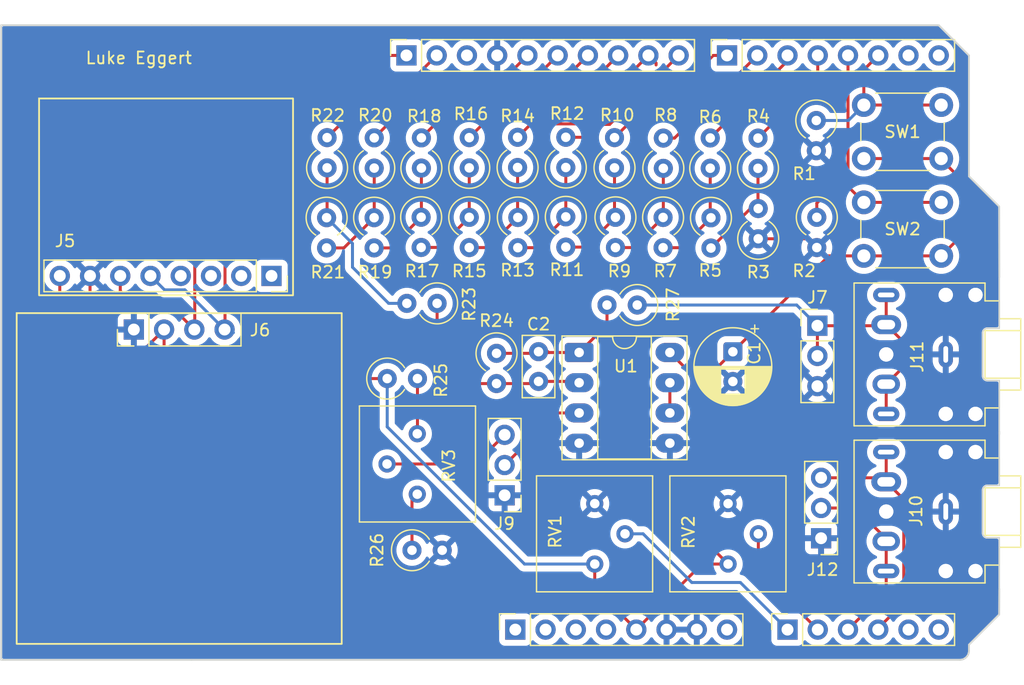
<source format=kicad_pcb>
(kicad_pcb (version 20241229) (generator "pcbnew") (generator_version "9.0")
  (title_block (date "mar. 31 mars 2015"))
  (layers (0 "F.Cu" signal) (2 "B.Cu" power) (13 "F.Paste" user) (15 "B.Paste" user) (5 "F.SilkS" user "F.Silkscreen") (7 "B.SilkS" user "B.Silkscreen") (1 "F.Mask" user) (3 "B.Mask" user) (25 "Edge.Cuts" user))
  (net 0 "")
  (net 1 "GND")
  (net 3 "+5V")
  (net 4 "/IOREF")
  (net 5 "/A0")
  (net 6 "/A1")
  (net 7 "/SDA{slash}A4")
  (net 8 "/SCL{slash}A5")
  (net 9 "/AREF")
  (net 10 "/TX{slash}1")
  (net 11 "/RX{slash}0")
  (net 12 "+3V3")
  (net 13 "VCC")
  (net 14 "/~{RESET}")
  (net 15 "/SCL")
  (net 16 "/SDA")
  (net 20 "unconnected-(J5-Pin_2-Pad2)")
  (net 21 "/BT1")
  (net 22 "/BT2")
  (net 23 "Net-(C2-Pad2)")
  (net 24 "Net-(U1A--)")
  (net 25 "/D7")
  (net 26 "/D8")
  (net 27 "/D9")
  (net 28 "/D6")
  (net 29 "/D4")
  (net 30 "/D5")
  (net 31 "/IN_RIGHT")
  (net 32 "/IN_LEFT")
  (net 33 "/D3")
  (net 34 "/D2")
  (net 35 "/D0")
  (net 36 "/D1")
  (net 37 "/AUDIO_OUT")
  (net 38 "Net-(J9-Pin_3)")
  (net 39 "Net-(J9-Pin_2)")
  (net 40 "Net-(R3-Pad2)")
  (net 41 "Net-(R5-Pad1)")
  (net 42 "Net-(R7-Pad1)")
  (net 43 "Net-(R10-Pad1)")
  (net 44 "Net-(R11-Pad1)")
  (net 45 "Net-(R13-Pad1)")
  (net 46 "Net-(R15-Pad1)")
  (net 47 "Net-(R17-Pad1)")
  (net 48 "Net-(R19-Pad1)")
  (net 49 "Net-(R21-Pad1)")
  (net 50 "Net-(R25-Pad2)")
  (net 51 "Net-(R26-Pad1)")
  (net 52 "Net-(U1B--)")
  (footprint "Connector_PinSocket_2.54mm:PinSocket_1x08_P2.54mm_Vertical" (layer "F.Cu") (at 127.94 97.46 90)
    (property "Reference" "J1" (hide yes))
    (property "Value" "Power")
    (pad "1" thru_hole rect (at 0 0 90) (size 1.7 1.7) (drill 1) (layers "*.Cu" "*.Mask"))
    (pad "2" thru_hole oval (at 0 2.54 90) (size 1.7 1.7) (drill 1) (layers "*.Cu" "*.Mask") (net 4 "/IOREF"))
    (pad "3" thru_hole oval (at 0 5.08 90) (size 1.7 1.7) (drill 1) (layers "*.Cu" "*.Mask") (net 14 "/~{RESET}"))
    (pad "4" thru_hole oval (at 0 7.62 90) (size 1.7 1.7) (drill 1) (layers "*.Cu" "*.Mask") (net 12 "+3V3"))
    (pad "5" thru_hole oval (at 0 10.16 90) (size 1.7 1.7) (drill 1) (layers "*.Cu" "*.Mask") (net 3 "+5V"))
    (pad "6" thru_hole oval (at 0 12.7 90) (size 1.7 1.7) (drill 1) (layers "*.Cu" "*.Mask") (net 1 "GND"))
    (pad "7" thru_hole oval (at 0 15.24 90) (size 1.7 1.7) (drill 1) (layers "*.Cu" "*.Mask") (net 1 "GND"))
    (pad "8" thru_hole oval (at 0 17.78 90) (size 1.7 1.7) (drill 1) (layers "*.Cu" "*.Mask") (net 13 "VCC"))
  )
  (footprint "Connector_PinSocket_2.54mm:PinSocket_1x06_P2.54mm_Vertical" (layer "F.Cu") (at 150.8 97.46 90)
    (property "Reference" "J3" (hide yes))
    (property "Value" "Analog")
    (pad "1" thru_hole rect (at 0 0 90) (size 1.7 1.7) (drill 1) (layers "*.Cu" "*.Mask") (net 5 "/A0"))
    (pad "2" thru_hole oval (at 0 2.54 90) (size 1.7 1.7) (drill 1) (layers "*.Cu" "*.Mask") (net 6 "/A1"))
    (pad "3" thru_hole oval (at 0 5.08 90) (size 1.7 1.7) (drill 1) (layers "*.Cu" "*.Mask") (net 31 "/IN_RIGHT"))
    (pad "4" thru_hole oval (at 0 7.62 90) (size 1.7 1.7) (drill 1) (layers "*.Cu" "*.Mask") (net 32 "/IN_LEFT"))
    (pad "5" thru_hole oval (at 0 10.16 90) (size 1.7 1.7) (drill 1) (layers "*.Cu" "*.Mask") (net 7 "/SDA{slash}A4"))
    (pad "6" thru_hole oval (at 0 12.7 90) (size 1.7 1.7) (drill 1) (layers "*.Cu" "*.Mask") (net 8 "/SCL{slash}A5"))
  )
  (footprint "Connector_PinSocket_2.54mm:PinSocket_1x10_P2.54mm_Vertical" (layer "F.Cu") (at 118.796 49.2 90)
    (property "Reference" "J2" (hide yes))
    (property "Value" "Digital/PWM")
    (pad "1" thru_hole rect (at 0 0 90) (size 1.7 1.7) (drill 1) (layers "*.Cu" "*.Mask") (net 15 "/SCL"))
    (pad "2" thru_hole oval (at 0 2.54 90) (size 1.7 1.7) (drill 1) (layers "*.Cu" "*.Mask") (net 16 "/SDA"))
    (pad "3" thru_hole oval (at 0 5.08 90) (size 1.7 1.7) (drill 1) (layers "*.Cu" "*.Mask") (net 9 "/AREF"))
    (pad "4" thru_hole oval (at 0 7.62 90) (size 1.7 1.7) (drill 1) (layers "*.Cu" "*.Mask") (net 1 "GND"))
    (pad "5" thru_hole oval (at 0 10.16 90) (size 1.7 1.7) (drill 1) (layers "*.Cu" "*.Mask") (net 27 "/D9"))
    (pad "6" thru_hole oval (at 0 12.7 90) (size 1.7 1.7) (drill 1) (layers "*.Cu" "*.Mask") (net 26 "/D8"))
    (pad "7" thru_hole oval (at 0 15.24 90) (size 1.7 1.7) (drill 1) (layers "*.Cu" "*.Mask") (net 25 "/D7"))
    (pad "8" thru_hole oval (at 0 17.78 90) (size 1.7 1.7) (drill 1) (layers "*.Cu" "*.Mask") (net 28 "/D6"))
    (pad "9" thru_hole oval (at 0 20.32 90) (size 1.7 1.7) (drill 1) (layers "*.Cu" "*.Mask") (net 30 "/D5"))
    (pad "10" thru_hole oval (at 0 22.86 90) (size 1.7 1.7) (drill 1) (layers "*.Cu" "*.Mask") (net 29 "/D4"))
  )
  (footprint "Connector_PinSocket_2.54mm:PinSocket_1x08_P2.54mm_Vertical" (layer "F.Cu") (at 145.72 49.2 90)
    (property "Reference" "J4" (hide yes))
    (property "Value" "Digital/PWM")
    (pad "1" thru_hole rect (at 0 0 90) (size 1.7 1.7) (drill 1) (layers "*.Cu" "*.Mask") (net 33 "/D3"))
    (pad "2" thru_hole oval (at 0 2.54 90) (size 1.7 1.7) (drill 1) (layers "*.Cu" "*.Mask") (net 34 "/D2"))
    (pad "3" thru_hole oval (at 0 5.08 90) (size 1.7 1.7) (drill 1) (layers "*.Cu" "*.Mask") (net 36 "/D1"))
    (pad "4" thru_hole oval (at 0 7.62 90) (size 1.7 1.7) (drill 1) (layers "*.Cu" "*.Mask") (net 35 "/D0"))
    (pad "5" thru_hole oval (at 0 10.16 90) (size 1.7 1.7) (drill 1) (layers "*.Cu" "*.Mask") (net 22 "/BT2"))
    (pad "6" thru_hole oval (at 0 12.7 90) (size 1.7 1.7) (drill 1) (layers "*.Cu" "*.Mask") (net 21 "/BT1"))
    (pad "7" thru_hole oval (at 0 15.24 90) (size 1.7 1.7) (drill 1) (layers "*.Cu" "*.Mask") (net 10 "/TX{slash}1"))
    (pad "8" thru_hole oval (at 0 17.78 90) (size 1.7 1.7) (drill 1) (layers "*.Cu" "*.Mask") (net 11 "/RX{slash}0"))
  )
  (footprint "Resistor_THT:R_Axial_DIN0309_L9.0mm_D3.2mm_P2.54mm_Vertical" (layer "F.Cu") (at 136.35 62.81 -90)
    (property "Reference" "R9" (at 4.52 -0.33 180) (layer "F.SilkS"))
    (property "Value" "10k")
    (pad "1" thru_hole circle (at 0 0 270) (size 1.6 1.6) (drill 0.8) (layers "*.Cu" "*.Mask") (net 43 "Net-(R10-Pad1)"))
    (pad "2" thru_hole circle (at 2.54 0 270) (size 1.6 1.6) (drill 0.8) (layers "*.Cu" "*.Mask") (net 42 "Net-(R7-Pad1)"))
  )
  (footprint "Resistor_THT:R_Axial_DIN0309_L9.0mm_D3.2mm_P2.54mm_Vertical" (layer "F.Cu") (at 128.15 62.82 -90)
    (property "Reference" "R13" (at 4.44 0.02 180) (layer "F.SilkS"))
    (property "Value" "10k")
    (pad "1" thru_hole circle (at 0 0 270) (size 1.6 1.6) (drill 0.8) (layers "*.Cu" "*.Mask") (net 45 "Net-(R13-Pad1)"))
    (pad "2" thru_hole circle (at 2.54 0 270) (size 1.6 1.6) (drill 0.8) (layers "*.Cu" "*.Mask") (net 44 "Net-(R11-Pad1)"))
  )
  (footprint "Resistor_THT:R_Axial_DIN0309_L9.0mm_D3.2mm_P2.54mm_Vertical" (layer "F.Cu") (at 128.13 58.62 90)
    (property "Reference" "R14" (at 4.33 0 180) (layer "F.SilkS"))
    (property "Value" "20k")
    (pad "1" thru_hole circle (at 0 0 90) (size 1.6 1.6) (drill 0.8) (layers "*.Cu" "*.Mask") (net 45 "Net-(R13-Pad1)"))
    (pad "2" thru_hole circle (at 2.54 0 90) (size 1.6 1.6) (drill 0.8) (layers "*.Cu" "*.Mask") (net 30 "/D5"))
  )
  (footprint "Resistor_THT:R_Axial_DIN0309_L9.0mm_D3.2mm_P2.54mm_Vertical" (layer "F.Cu") (at 120.05 58.67 90)
    (property "Reference" "R18" (at 4.36 0.24 180) (layer "F.SilkS"))
    (property "Value" "20k")
    (pad "1" thru_hole circle (at 0 0 90) (size 1.6 1.6) (drill 0.8) (layers "*.Cu" "*.Mask") (net 47 "Net-(R17-Pad1)"))
    (pad "2" thru_hole circle (at 2.54 0 90) (size 1.6 1.6) (drill 0.8) (layers "*.Cu" "*.Mask") (net 25 "/D7"))
  )
  (footprint "Resistor_THT:R_Axial_DIN0309_L9.0mm_D3.2mm_P2.54mm_Vertical" (layer "F.Cu") (at 148.32 58.69 90)
    (property "Reference" "R4" (at 4.38 0.03 180) (layer "F.SilkS"))
    (property "Value" "20k")
    (pad "1" thru_hole circle (at 0 0 90) (size 1.6 1.6) (drill 0.8) (layers "*.Cu" "*.Mask") (net 40 "Net-(R3-Pad2)"))
    (pad "2" thru_hole circle (at 2.54 0 90) (size 1.6 1.6) (drill 0.8) (layers "*.Cu" "*.Mask") (net 35 "/D0"))
  )
  (footprint "Resistor_THT:R_Axial_DIN0309_L9.0mm_D3.2mm_P2.54mm_Vertical" (layer "F.Cu") (at 124.07 62.81 -90)
    (property "Reference" "R15" (at 4.52 0 180) (layer "F.SilkS"))
    (property "Value" "10k")
    (pad "1" thru_hole circle (at 0 0 270) (size 1.6 1.6) (drill 0.8) (layers "*.Cu" "*.Mask") (net 46 "Net-(R15-Pad1)"))
    (pad "2" thru_hole circle (at 2.54 0 270) (size 1.6 1.6) (drill 0.8) (layers "*.Cu" "*.Mask") (net 45 "Net-(R13-Pad1)"))
  )
  (footprint "Resistor_THT:R_Axial_DIN0309_L9.0mm_D3.2mm_P2.54mm_Vertical" (layer "F.Cu") (at 116.08 62.84 -90)
    (property "Reference" "R19" (at 4.58 -0.08 180) (layer "F.SilkS"))
    (property "Value" "10k")
    (pad "1" thru_hole circle (at 0 0 270) (size 1.6 1.6) (drill 0.8) (layers "*.Cu" "*.Mask") (net 48 "Net-(R19-Pad1)"))
    (pad "2" thru_hole circle (at 2.54 0 270) (size 1.6 1.6) (drill 0.8) (layers "*.Cu" "*.Mask") (net 47 "Net-(R17-Pad1)"))
  )
  (footprint "Capacitor_THT:C_Disc_D5.0mm_W2.5mm_P2.50mm" (layer "F.Cu") (at 129.89 76.6 90)
    (property "Reference" "C2" (at 4.81 0 0) (layer "F.SilkS"))
    (property "Value" "100pF")
    (pad "1" thru_hole circle (at 0 0 90) (size 1.6 1.6) (drill 0.8) (layers "*.Cu" "*.Mask") (net 24 "Net-(U1A--)"))
    (pad "2" thru_hole circle (at 2.5 0 90) (size 1.6 1.6) (drill 0.8) (layers "*.Cu" "*.Mask") (net 23 "Net-(C2-Pad2)"))
  )
  (footprint "Resistor_THT:R_Axial_DIN0309_L9.0mm_D3.2mm_P2.54mm_Vertical" (layer "F.Cu") (at 140.35 62.82 -90)
    (property "Reference" "R7" (at 4.51 -0.18 180) (layer "F.SilkS"))
    (property "Value" "10k")
    (pad "1" thru_hole circle (at 0 0 270) (size 1.6 1.6) (drill 0.8) (layers "*.Cu" "*.Mask") (net 42 "Net-(R7-Pad1)"))
    (pad "2" thru_hole circle (at 2.54 0 270) (size 1.6 1.6) (drill 0.8) (layers "*.Cu" "*.Mask") (net 41 "Net-(R5-Pad1)"))
  )
  (footprint "Resistor_THT:R_Axial_DIN0309_L9.0mm_D3.2mm_P2.54mm_Vertical" (layer "F.Cu") (at 112.09 62.84 -90)
    (property "Reference" "R21" (at 4.58 -0.1 180) (layer "F.SilkS"))
    (property "Value" "10k")
    (pad "1" thru_hole circle (at 0 0 270) (size 1.6 1.6) (drill 0.8) (layers "*.Cu" "*.Mask") (net 49 "Net-(R21-Pad1)"))
    (pad "2" thru_hole circle (at 2.54 0 270) (size 1.6 1.6) (drill 0.8) (layers "*.Cu" "*.Mask") (net 48 "Net-(R19-Pad1)"))
  )
  (footprint "Button_Switch_THT:SW_PUSH_6mm" (layer "F.Cu") (at 163.71 66.05 180)
    (property "Reference" "SW2" (at 3.25 2.25 0) (layer "F.SilkS"))
    (property "Value" "BT_2")
    (pad "1" thru_hole circle (at 0 0 270) (size 2 2) (drill 1.1) (layers "*.Cu" "*.Mask") (net 3 "+5V"))
    (pad "1" thru_hole circle (at 6.5 0 270) (size 2 2) (drill 1.1) (layers "*.Cu" "*.Mask") (net 3 "+5V"))
    (pad "2" thru_hole circle (at 0 4.5 270) (size 2 2) (drill 1.1) (layers "*.Cu" "*.Mask") (net 22 "/BT2"))
    (pad "2" thru_hole circle (at 6.5 4.5 270) (size 2 2) (drill 1.1) (layers "*.Cu" "*.Mask") (net 22 "/BT2"))
  )
  (footprint "Resistor_THT:R_Axial_DIN0309_L9.0mm_D3.2mm_P2.54mm_Vertical" (layer "F.Cu") (at 116.09 58.67 90)
    (property "Reference" "R20" (at 4.44 0.09 180) (layer "F.SilkS"))
    (property "Value" "20k")
    (pad "1" thru_hole circle (at 0 0 90) (size 1.6 1.6) (drill 0.8) (layers "*.Cu" "*.Mask") (net 48 "Net-(R19-Pad1)"))
    (pad "2" thru_hole circle (at 2.54 0 90) (size 1.6 1.6) (drill 0.8) (layers "*.Cu" "*.Mask") (net 26 "/D8"))
  )
  (footprint "Resistor_THT:R_Axial_DIN0309_L9.0mm_D3.2mm_P2.54mm_Vertical" (layer "F.Cu") (at 144.31 58.68 90)
    (property "Reference" "R6" (at 4.3 0 180) (layer "F.SilkS"))
    (property "Value" "20k")
    (pad "1" thru_hole circle (at 0 0 90) (size 1.6 1.6) (drill 0.8) (layers "*.Cu" "*.Mask") (net 41 "Net-(R5-Pad1)"))
    (pad "2" thru_hole circle (at 2.54 0 90) (size 1.6 1.6) (drill 0.8) (layers "*.Cu" "*.Mask") (net 36 "/D1"))
  )
  (footprint "Connector_PinHeader_2.54mm:PinHeader_1x03_P2.54mm_Vertical" (layer "F.Cu") (at 153.31 71.92)
    (property "Reference" "J7" (at 0 -2.38 0) (layer "F.SilkS"))
    (property "Value" "AUDIO_OUT")
    (pad "1" thru_hole rect (at 0 0) (size 1.7 1.7) (drill 1) (layers "*.Cu" "*.Mask") (net 37 "/AUDIO_OUT"))
    (pad "2" thru_hole circle (at 0 2.54) (size 1.7 1.7) (drill 1) (layers "*.Cu" "*.Mask") (net 37 "/AUDIO_OUT"))
    (pad "3" thru_hole circle (at 0 5.08) (size 1.7 1.7) (drill 1) (layers "*.Cu" "*.Mask") (net 1 "GND"))
  )
  (footprint "Resistor_THT:R_Axial_DIN0309_L9.0mm_D3.2mm_P2.54mm_Vertical" (layer "F.Cu") (at 136.27 58.65 90)
    (property "Reference" "R10" (at 4.43 0.23 180) (layer "F.SilkS"))
    (property "Value" "20k")
    (pad "1" thru_hole circle (at 0 0 90) (size 1.6 1.6) (drill 0.8) (layers "*.Cu" "*.Mask") (net 43 "Net-(R10-Pad1)"))
    (pad "2" thru_hole circle (at 2.54 0 90) (size 1.6 1.6) (drill 0.8) (layers "*.Cu" "*.Mask") (net 33 "/D3"))
  )
  (footprint "Connector_PinSocket_2.54mm:PinSocket_1x08_P2.54mm_Vertical" (layer "F.Cu") (at 107.46 67.73 -90)
    (property "Reference" "J5" (at -2.93 17.34 0) (layer "F.SilkS"))
    (property "Value" "IMU_CONN")
    (pad "1" thru_hole rect (at 0 0 270) (size 1.7 1.7) (drill 1) (layers "*.Cu" "*.Mask"))
    (pad "2" thru_hole circle (at 0 2.54 270) (size 1.7 1.7) (drill 1) (layers "*.Cu" "*.Mask") (net 20 "unconnected-(J5-Pin_2-Pad2)"))
    (pad "3" thru_hole circle (at 0 5.08 270) (size 1.7 1.7) (drill 1) (layers "*.Cu" "*.Mask"))
    (pad "4" thru_hole circle (at 0 7.62 270) (size 1.7 1.7) (drill 1) (layers "*.Cu" "*.Mask"))
    (pad "5" thru_hole circle (at 0 10.16 270) (size 1.7 1.7) (drill 1) (layers "*.Cu" "*.Mask") (net 16 "/SDA"))
    (pad "6" thru_hole circle (at 0 12.7 270) (size 1.7 1.7) (drill 1) (layers "*.Cu" "*.Mask") (net 15 "/SCL"))
    (pad "7" thru_hole circle (at 0 15.24 270) (size 1.7 1.7) (drill 1) (layers "*.Cu" "*.Mask") (net 1 "GND"))
    (pad "8" thru_hole circle (at 0 17.78 270) (size 1.7 1.7) (drill 1) (layers "*.Cu" "*.Mask") (net 3 "+5V"))
  )
  (footprint "Resistor_THT:R_Axial_DIN0309_L9.0mm_D3.2mm_P2.54mm_Vertical" (layer "F.Cu") (at 119.26 90.79)
    (property "Reference" "R26" (at -2.93 0 90) (layer "F.SilkS"))
    (property "Value" "20k")
    (pad "1" thru_hole circle (at 0 0) (size 1.6 1.6) (drill 0.8) (layers "*.Cu" "*.Mask") (net 51 "Net-(R26-Pad1)"))
    (pad "2" thru_hole circle (at 2.54 0) (size 1.6 1.6) (drill 0.8) (layers "*.Cu" "*.Mask") (net 1 "GND"))
  )
  (footprint "Connector_Audio:Jack_3.5mm_CUI_SJ1-3525N_Horizontal" (layer "F.Cu") (at 164.09 74.33 90)
    (property "Reference" "J11" (at -0.19 -2.4 90) (layer "F.SilkS"))
    (property "Value" "AudioJack5")
    (fp_line (start 1.8 3.1) (end -1.8 3.1) (stroke (width 0.12)) (layer "Edge.Cuts"))
    (fp_line (start 2.2 3.5) (end 2.2 4.5) (stroke (width 0.12)) (layer "Edge.Cuts"))
    (fp_line (start -2.2 3.5) (end -2.2 4.5) (stroke (width 0.12)) (layer "Edge.Cuts"))
    (fp_line (start 2.2 4.5) (end 6.5 4.5) (stroke (width 0.12)) (layer "Edge.Cuts"))
    (fp_line (start -2.2 4.5) (end -6.5 4.5) (stroke (width 0.12)) (layer "Edge.Cuts"))
    (fp_arc (start 1.8 3.1) (mid 2.082843 3.217157) (end 2.2 3.5) (stroke (width 0.12)) (layer "Edge.Cuts"))
    (fp_arc (start -2.2 3.5) (mid -2.082842 3.217158) (end -1.8 3.1) (stroke (width 0.12)) (layer "Edge.Cuts"))
    (pad "" np_thru_hole circle (at -5 0 90) (size 1.2 1.2) (drill 1.2) (layers "*.Cu" "*.Mask"))
    (pad "" np_thru_hole circle (at -5 2.5 90) (size 1.2 1.2) (drill 1.2) (layers "*.Cu" "*.Mask"))
    (pad "" np_thru_hole circle (at 0 -5 90) (size 1.2 1.2) (drill 1.2) (layers "*.Cu" "*.Mask"))
    (pad "" np_thru_hole circle (at 5 0 90) (size 1.2 1.2) (drill 1.2) (layers "*.Cu" "*.Mask"))
    (pad "" np_thru_hole circle (at 5 2.5 90) (size 1.2 1.2) (drill 1.2) (layers "*.Cu" "*.Mask"))
    (pad "R" thru_hole oval (at -5 -5 90) (size 1.2 2.2) (drill oval 0.4 1.4) (layers "*.Cu" "*.Mask") (net 37 "/AUDIO_OUT"))
    (pad "RN" thru_hole oval (at -2.5 -5 90) (size 1.6 2.3) (drill oval 0.8 1.5) (layers "*.Cu" "*.Mask") (net 37 "/AUDIO_OUT"))
    (pad "S" thru_hole oval (at 0 0 90) (size 2.2 1.2) (drill oval 1.4 0.4) (layers "*.Cu" "*.Mask") (net 1 "GND"))
    (pad "T" thru_hole oval (at 5 -5 270) (size 1.2 2.2) (drill oval 0.4 1.4) (layers "*.Cu" "*.Mask") (net 37 "/AUDIO_OUT"))
    (pad "TN" thru_hole oval (at 2.5 -5 270) (size 1.6 2.5) (drill oval 0.8 1.5) (layers "*.Cu" "*.Mask") (net 37 "/AUDIO_OUT"))
  )
  (footprint "Resistor_THT:R_Axial_DIN0309_L9.0mm_D3.2mm_P2.54mm_Vertical" (layer "F.Cu") (at 144.37 62.85 -90)
    (property "Reference" "R5" (at 4.43 0.06 0) (layer "F.SilkS"))
    (property "Value" "10k")
    (pad "1" thru_hole circle (at 0 0 270) (size 1.6 1.6) (drill 0.8) (layers "*.Cu" "*.Mask") (net 41 "Net-(R5-Pad1)"))
    (pad "2" thru_hole circle (at 2.54 0 270) (size 1.6 1.6) (drill 0.8) (layers "*.Cu" "*.Mask") (net 40 "Net-(R3-Pad2)"))
  )
  (footprint "Capacitor_THT:CP_Radial_D6.3mm_P2.50mm" (layer "F.Cu") (at 146.21 74.10762 -90)
    (property "Reference" "C1" (at 0.112985 -1.793255 90) (layer "F.SilkS"))
    (property "Value" "47uF")
    (pad "1" thru_hole roundrect (at 0 0 270) (size 1.6 1.6) (drill 0.8) (layers "*.Cu" "*.Mask") (roundrect_rratio 0.15625) (net 3 "+5V"))
    (pad "2" thru_hole circle (at 2.5 0 270) (size 1.6 1.6) (drill 0.8) (layers "*.Cu" "*.Mask") (net 1 "GND"))
  )
  (footprint "Resistor_THT:R_Axial_DIN0309_L9.0mm_D3.2mm_P2.54mm_Vertical" (layer "F.Cu") (at 126.36 74.24 -90)
    (property "Reference" "R24" (at -2.74 0 0) (layer "F.SilkS"))
    (property "Value" "20k")
    (pad "1" thru_hole circle (at 0 0 270) (size 1.6 1.6) (drill 0.8) (layers "*.Cu" "*.Mask") (net 23 "Net-(C2-Pad2)"))
    (pad "2" thru_hole circle (at 2.54 0 270) (size 1.6 1.6) (drill 0.8) (layers "*.Cu" "*.Mask") (net 24 "Net-(U1A--)"))
  )
  (footprint "Resistor_THT:R_Axial_DIN0309_L9.0mm_D3.2mm_P2.54mm_Vertical" (layer "F.Cu") (at 132.18 58.62 90)
    (property "Reference" "R12" (at 4.53 0.11 180) (layer "F.SilkS"))
    (property "Value" "20k")
    (pad "1" thru_hole circle (at 0 0 90) (size 1.6 1.6) (drill 0.8) (layers "*.Cu" "*.Mask") (net 44 "Net-(R11-Pad1)"))
    (pad "2" thru_hole circle (at 2.54 0 90) (size 1.6 1.6) (drill 0.8) (layers "*.Cu" "*.Mask") (net 29 "/D4"))
  )
  (footprint "Button_Switch_THT:SW_PUSH_6mm" (layer "F.Cu") (at 163.71 57.87 180)
    (property "Reference" "SW1" (at 3.25 2.25 0) (layer "F.SilkS"))
    (property "Value" "BT_1")
    (pad "1" thru_hole circle (at 0 0 270) (size 2 2) (drill 1.1) (layers "*.Cu" "*.Mask") (net 3 "+5V"))
    (pad "1" thru_hole circle (at 6.5 0 270) (size 2 2) (drill 1.1) (layers "*.Cu" "*.Mask") (net 3 "+5V"))
    (pad "2" thru_hole circle (at 0 4.5 270) (size 2 2) (drill 1.1) (layers "*.Cu" "*.Mask") (net 21 "/BT1"))
    (pad "2" thru_hole circle (at 6.5 4.5 270) (size 2 2) (drill 1.1) (layers "*.Cu" "*.Mask") (net 21 "/BT1"))
  )
  (footprint "Resistor_THT:R_Axial_DIN0309_L9.0mm_D3.2mm_P2.54mm_Vertical" (layer "F.Cu") (at 132.18 62.77 -90)
    (property "Reference" "R11" (at 4.45 -0.09 180) (layer "F.SilkS"))
    (property "Value" "10k")
    (pad "1" thru_hole circle (at 0 0 270) (size 1.6 1.6) (drill 0.8) (layers "*.Cu" "*.Mask") (net 44 "Net-(R11-Pad1)"))
    (pad "2" thru_hole circle (at 2.54 0 270) (size 1.6 1.6) (drill 0.8) (layers "*.Cu" "*.Mask") (net 43 "Net-(R10-Pad1)"))
  )
  (footprint "Resistor_THT:R_Axial_DIN0309_L9.0mm_D3.2mm_P2.54mm_Vertical" (layer "F.Cu") (at 112.13 58.65 90)
    (property "Reference" "R22" (at 4.4 0.04 180) (layer "F.SilkS"))
    (property "Value" "20k")
    (pad "1" thru_hole circle (at 0 0 90) (size 1.6 1.6) (drill 0.8) (layers "*.Cu" "*.Mask") (net 49 "Net-(R21-Pad1)"))
    (pad "2" thru_hole circle (at 2.54 0 90) (size 1.6 1.6) (drill 0.8) (layers "*.Cu" "*.Mask") (net 27 "/D9"))
  )
  (footprint "Connector_PinHeader_2.54mm:PinHeader_1x03_P2.54mm_Vertical" (layer "F.Cu") (at 153.62 89.78 180)
    (property "Reference" "J12" (at -0.13 -2.64 0) (layer "F.SilkS"))
    (property "Value" "AUDIO_IN")
    (pad "1" thru_hole rect (at 0 0 180) (size 1.7 1.7) (drill 1) (layers "*.Cu" "*.Mask") (net 1 "GND"))
    (pad "2" thru_hole circle (at 0 2.54 180) (size 1.7 1.7) (drill 1) (layers "*.Cu" "*.Mask") (net 31 "/IN_RIGHT"))
    (pad "3" thru_hole circle (at 0 5.08 180) (size 1.7 1.7) (drill 1) (layers "*.Cu" "*.Mask") (net 32 "/IN_LEFT"))
  )
  (footprint "Resistor_THT:R_Axial_DIN0309_L9.0mm_D3.2mm_P2.54mm_Vertical" (layer "F.Cu") (at 153.22 54.67 -90)
    (property "Reference" "R1" (at 4.48 1.02 180) (layer "F.SilkS"))
    (property "Value" "100k")
    (pad "1" thru_hole circle (at 0 0 270) (size 1.6 1.6) (drill 0.8) (layers "*.Cu" "*.Mask") (net 21 "/BT1"))
    (pad "2" thru_hole circle (at 2.54 0 270) (size 1.6 1.6) (drill 0.8) (layers "*.Cu" "*.Mask") (net 1 "GND"))
  )
  (footprint "Resistor_THT:R_Axial_DIN0309_L9.0mm_D3.2mm_P2.54mm_Vertical" (layer "F.Cu") (at 138.18 70.18 180)
    (property "Reference" "R27" (at -3 0.02 90) (layer "F.SilkS"))
    (property "Value" "1k")
    (pad "1" thru_hole circle (at 0 0 180) (size 1.6 1.6) (drill 0.8) (layers "*.Cu" "*.Mask") (net 37 "/AUDIO_OUT"))
    (pad "2" thru_hole circle (at 2.54 0 180) (size 1.6 1.6) (drill 0.8) (layers "*.Cu" "*.Mask") (net 23 "Net-(C2-Pad2)"))
  )
  (footprint "Resistor_THT:R_Axial_DIN0309_L9.0mm_D3.2mm_P2.54mm_Vertical" (layer "F.Cu") (at 120.03 62.8 -90)
    (property "Reference" "R17" (at 4.53 -0.07 180) (layer "F.SilkS"))
    (property "Value" "10k")
    (pad "1" thru_hole circle (at 0 0 270) (size 1.6 1.6) (drill 0.8) (layers "*.Cu" "*.Mask") (net 47 "Net-(R17-Pad1)"))
    (pad "2" thru_hole circle (at 2.54 0 270) (size 1.6 1.6) (drill 0.8) (layers "*.Cu" "*.Mask") (net 46 "Net-(R15-Pad1)"))
  )
  (footprint "Resistor_THT:R_Axial_DIN0309_L9.0mm_D3.2mm_P2.54mm_Vertical" (layer "F.Cu") (at 117.18 76.36)
    (property "Reference" "R25" (at 4.51 0.15 90) (layer "F.SilkS"))
    (property "Value" "20k")
    (pad "1" thru_hole circle (at 0 0) (size 1.6 1.6) (drill 0.8) (layers "*.Cu" "*.Mask") (net 3 "+5V"))
    (pad "2" thru_hole circle (at 2.54 0) (size 1.6 1.6) (drill 0.8) (layers "*.Cu" "*.Mask") (net 50 "Net-(R25-Pad2)"))
  )
  (footprint "Resistor_THT:R_Axial_DIN0309_L9.0mm_D3.2mm_P2.54mm_Vertical" (layer "F.Cu") (at 124.07 58.65 90)
    (property "Reference" "R16" (at 4.53 0.15 180) (layer "F.SilkS"))
    (property "Value" "20k")
    (pad "1" thru_hole circle (at 0 0 90) (size 1.6 1.6) (drill 0.8) (layers "*.Cu" "*.Mask") (net 46 "Net-(R15-Pad1)"))
    (pad "2" thru_hole circle (at 2.54 0 90) (size 1.6 1.6) (drill 0.8) (layers "*.Cu" "*.Mask") (net 28 "/D6"))
  )
  (footprint "Potentiometer_THT:Potentiometer_Bourns_3386P_Vertical" (layer "F.Cu") (at 134.61 91.95)
    (property "Reference" "RV1" (at -3.32 -2.72 90) (layer "F.SilkS"))
    (property "Value" "100k")
    (pad "1" thru_hole circle (at 0 0) (size 1.44 1.44) (drill 0.8) (layers "*.Cu" "*.Mask") (net 3 "+5V"))
    (pad "2" thru_hole circle (at 2.54 -2.54) (size 1.44 1.44) (drill 0.8) (layers "*.Cu" "*.Mask") (net 5 "/A0"))
    (pad "3" thru_hole circle (at 0 -5.08) (size 1.44 1.44) (drill 0.8) (layers "*.Cu" "*.Mask") (net 1 "GND"))
  )
  (footprint "Resistor_THT:R_Axial_DIN0309_L9.0mm_D3.2mm_P2.54mm_Vertical" (layer "F.Cu") (at 153.26 62.81 -90)
    (property "Reference" "R2" (at 4.5 1.07 180) (layer "F.SilkS"))
    (property "Value" "100k")
    (pad "1" thru_hole circle (at 0 0 270) (size 1.6 1.6) (drill 0.8) (layers "*.Cu" "*.Mask") (net 22 "/BT2"))
    (pad "2" thru_hole circle (at 2.54 0 270) (size 1.6 1.6) (drill 0.8) (layers "*.Cu" "*.Mask") (net 1 "GND"))
  )
  (footprint "Package_DIP:DIP-8_W7.62mm_Socket_LongPads" (layer "F.Cu") (at 133.3 74.17)
    (property "Reference" "U1" (at 3.92 1.15 0) (layer "F.SilkS"))
    (property "Value" "MCP6002-xP")
    (pad "1" thru_hole roundrect (at 0 0) (size 2.4 1.6) (drill 0.8) (layers "*.Cu" "*.Mask") (roundrect_rratio 0.15625) (net 23 "Net-(C2-Pad2)"))
    (pad "2" thru_hole oval (at 0 2.54) (size 2.4 1.6) (drill 0.8) (layers "*.Cu" "*.Mask") (net 24 "Net-(U1A--)"))
    (pad "3" thru_hole oval (at 0 5.08) (size 2.4 1.6) (drill 0.8) (layers "*.Cu" "*.Mask") (net 39 "Net-(J9-Pin_2)"))
    (pad "4" thru_hole oval (at 0 7.62) (size 2.4 1.6) (drill 0.8) (layers "*.Cu" "*.Mask") (net 1 "GND"))
    (pad "5" thru_hole oval (at 7.62 7.62) (size 2.4 1.6) (drill 0.8) (layers "*.Cu" "*.Mask") (net 1 "GND"))
    (pad "6" thru_hole oval (at 7.62 5.08) (size 2.4 1.6) (drill 0.8) (layers "*.Cu" "*.Mask") (net 52 "Net-(U1B--)"))
    (pad "7" thru_hole oval (at 7.62 2.54) (size 2.4 1.6) (drill 0.8) (layers "*.Cu" "*.Mask") (net 52 "Net-(U1B--)"))
    (pad "8" thru_hole oval (at 7.62 0) (size 2.4 1.6) (drill 0.8) (layers "*.Cu" "*.Mask") (net 3 "+5V"))
  )
  (footprint "Connector_PinHeader_2.54mm:PinHeader_1x03_P2.54mm_Vertical" (layer "F.Cu") (at 127.04 86.17 180)
    (property "Reference" "J9" (at 0 -2.38 0) (layer "F.SilkS"))
    (property "Value" "JUMPER")
    (pad "1" thru_hole rect (at 0 0 180) (size 1.7 1.7) (drill 1) (layers "*.Cu" "*.Mask") (net 1 "GND"))
    (pad "2" thru_hole circle (at 0 2.54 180) (size 1.7 1.7) (drill 1) (layers "*.Cu" "*.Mask") (net 39 "Net-(J9-Pin_2)"))
    (pad "3" thru_hole circle (at 0 5.08 180) (size 1.7 1.7) (drill 1) (layers "*.Cu" "*.Mask") (net 38 "Net-(J9-Pin_3)"))
  )
  (footprint "Resistor_THT:R_Axial_DIN0309_L9.0mm_D3.2mm_P2.54mm_Vertical" (layer "F.Cu") (at 148.34 64.61 90)
    (property "Reference" "R3" (at -2.81 0.01 180) (layer "F.SilkS"))
    (property "Value" "20k")
    (pad "1" thru_hole circle (at 0 0 90) (size 1.6 1.6) (drill 0.8) (layers "*.Cu" "*.Mask") (net 1 "GND"))
    (pad "2" thru_hole circle (at 2.54 0 90) (size 1.6 1.6) (drill 0.8) (layers "*.Cu" "*.Mask") (net 40 "Net-(R3-Pad2)"))
  )
  (footprint "Connector_Audio:Jack_3.5mm_CUI_SJ1-3525N_Horizontal" (layer "F.Cu") (at 164.09 87.54 90)
    (property "Reference" "J10" (at 0.06 -2.49 90) (layer "F.SilkS"))
    (property "Value" "AudioJack5")
    (fp_line (start 1.8 3.1) (end -1.8 3.1) (stroke (width 0.12)) (layer "Edge.Cuts"))
    (fp_line (start 2.2 3.5) (end 2.2 4.5) (stroke (width 0.12)) (layer "Edge.Cuts"))
    (fp_line (start -2.2 3.5) (end -2.2 4.5) (stroke (width 0.12)) (layer "Edge.Cuts"))
    (fp_line (start 2.2 4.5) (end 6.5 4.5) (stroke (width 0.12)) (layer "Edge.Cuts"))
    (fp_line (start -2.2 4.5) (end -6.5 4.5) (stroke (width 0.12)) (layer "Edge.Cuts"))
    (fp_arc (start 1.8 3.1) (mid 2.082843 3.217157) (end 2.2 3.5) (stroke (width 0.12)) (layer "Edge.Cuts"))
    (fp_arc (start -2.2 3.5) (mid -2.082842 3.217158) (end -1.8 3.1) (stroke (width 0.12)) (layer "Edge.Cuts"))
    (pad "" np_thru_hole circle (at -5 0 90) (size 1.2 1.2) (drill 1.2) (layers "*.Cu" "*.Mask"))
    (pad "" np_thru_hole circle (at -5 2.5 90) (size 1.2 1.2) (drill 1.2) (layers "*.Cu" "*.Mask"))
    (pad "" np_thru_hole circle (at 0 -5 90) (size 1.2 1.2) (drill 1.2) (layers "*.Cu" "*.Mask"))
    (pad "" np_thru_hole circle (at 5 0 90) (size 1.2 1.2) (drill 1.2) (layers "*.Cu" "*.Mask"))
    (pad "" np_thru_hole circle (at 5 2.5 90) (size 1.2 1.2) (drill 1.2) (layers "*.Cu" "*.Mask"))
    (pad "R" thru_hole oval (at -5 -5 90) (size 1.2 2.2) (drill oval 0.4 1.4) (layers "*.Cu" "*.Mask") (net 31 "/IN_RIGHT"))
    (pad "RN" thru_hole oval (at -2.5 -5 90) (size 1.6 2.3) (drill oval 0.8 1.5) (layers "*.Cu" "*.Mask") (net 31 "/IN_RIGHT"))
    (pad "S" thru_hole oval (at 0 0 90) (size 2.2 1.2) (drill oval 1.4 0.4) (layers "*.Cu" "*.Mask") (net 1 "GND"))
    (pad "T" thru_hole oval (at 5 -5 270) (size 1.2 2.2) (drill oval 0.4 1.4) (layers "*.Cu" "*.Mask") (net 32 "/IN_LEFT"))
    (pad "TN" thru_hole oval (at 2.5 -5 270) (size 1.6 2.5) (drill oval 0.8 1.5) (layers "*.Cu" "*.Mask") (net 32 "/IN_LEFT"))
  )
  (footprint "Potentiometer_THT:Potentiometer_Bourns_3386P_Vertical" (layer "F.Cu") (at 119.705 81 180)
    (property "Reference" "RV3" (at -2.65 -2.69 90) (layer "F.SilkS"))
    (property "Value" "100k")
    (pad "1" thru_hole circle (at 0 0 180) (size 1.44 1.44) (drill 0.8) (layers "*.Cu" "*.Mask") (net 50 "Net-(R25-Pad2)"))
    (pad "2" thru_hole circle (at 2.54 -2.54 180) (size 1.44 1.44) (drill 0.8) (layers "*.Cu" "*.Mask") (net 38 "Net-(J9-Pin_3)"))
    (pad "3" thru_hole circle (at 0 -5.08 180) (size 1.44 1.44) (drill 0.8) (layers "*.Cu" "*.Mask") (net 51 "Net-(R26-Pad1)"))
  )
  (footprint "Potentiometer_THT:Potentiometer_Bourns_3386P_Vertical" (layer "F.Cu") (at 145.81 91.95)
    (property "Reference" "RV2" (at -3.33 -2.68 90) (layer "F.SilkS"))
    (property "Value" "100k")
    (pad "1" thru_hole circle (at 0 0) (size 1.44 1.44) (drill 0.8) (layers "*.Cu" "*.Mask") (net 3 "+5V"))
    (pad "2" thru_hole circle (at 2.54 -2.54) (size 1.44 1.44) (drill 0.8) (layers "*.Cu" "*.Mask") (net 6 "/A1"))
    (pad "3" thru_hole circle (at 0 -5.08) (size 1.44 1.44) (drill 0.8) (layers "*.Cu" "*.Mask") (net 1 "GND"))
  )
  (footprint "Resistor_THT:R_Axial_DIN0309_L9.0mm_D3.2mm_P2.54mm_Vertical" (layer "F.Cu") (at 140.37 58.69 90)
    (property "Reference" "R8" (at 4.47 0.2 180) (layer "F.SilkS"))
    (property "Value" "20k")
    (pad "1" thru_hole circle (at 0 0 90) (size 1.6 1.6) (drill 0.8) (layers "*.Cu" "*.Mask") (net 42 "Net-(R7-Pad1)"))
    (pad "2" thru_hole circle (at 2.54 0 90) (size 1.6 1.6) (drill 0.8) (layers "*.Cu" "*.Mask") (net 34 "/D2"))
  )
  (footprint "Connector_PinHeader_2.54mm:PinHeader_1x04_P2.54mm_Vertical" (layer "F.Cu") (at 95.9 72.24 90)
    (property "Reference" "J6" (at -0.05 10.6 180) (layer "F.SilkS"))
    (property "Value" "SCREEN_CONN")
    (pad "1" thru_hole rect (at 0 0 90) (size 1.7 1.7) (drill 1) (layers "*.Cu" "*.Mask") (net 1 "GND"))
    (pad "2" thru_hole circle (at 0 2.54 90) (size 1.7 1.7) (drill 1) (layers "*.Cu" "*.Mask") (net 3 "+5V"))
    (pad "3" thru_hole circle (at 0 5.08 90) (size 1.7 1.7) (drill 1) (layers "*.Cu" "*.Mask") (net 15 "/SCL"))
    (pad "4" thru_hole circle (at 0 7.62 90) (size 1.7 1.7) (drill 1) (layers "*.Cu" "*.Mask") (net 16 "/SDA"))
  )
  (footprint "Resistor_THT:R_Axial_DIN0309_L9.0mm_D3.2mm_P2.54mm_Vertical" (layer "F.Cu") (at 121.37 70.04 180)
    (property "Reference" "R23" (at -2.69 -0.08 90) (layer "F.SilkS"))
    (property "Value" "20k")
    (pad "1" thru_hole circle (at 0 0 180) (size 1.6 1.6) (drill 0.8) (layers "*.Cu" "*.Mask") (net 24 "Net-(U1A--)"))
    (pad "2" thru_hole circle (at 2.54 0 180) (size 1.6 1.6) (drill 0.8) (layers "*.Cu" "*.Mask") (net 49 "Net-(R21-Pad1)"))
  )
  (gr_rect (start 86.06 70.86) (end 113.36 98.66) (stroke (width 0.15)) (fill no) (layer "F.SilkS"))
  (gr_rect (start 87.94 52.82) (end 109.27 69.36) (stroke (width 0.15)) (fill no) (layer "F.SilkS"))
  (gr_line (start 166.04 59.36) (end 168.58 61.9) (stroke (width 0.15)) (layer "Edge.Cuts"))
  (gr_line (start 100.762 46.66) (end 84.762 46.66) (stroke (width 0.15)) (layer "Edge.Cuts"))
  (gr_line (start 168.58 96.19) (end 168.59 94.04) (stroke (width 0.15)) (layer "Edge.Cuts"))
  (gr_line (start 165.278 100) (end 100.762 100) (stroke (width 0.15)) (layer "Edge.Cuts"))
  (gr_line (start 100.762 46.66) (end 163.5 46.66) (stroke (width 0.15)) (layer "Edge.Cuts"))
  (gr_line (start 168.58 96.19) (end 166.04 98.73) (stroke (width 0.15)) (layer "Edge.Cuts"))
  (gr_line (start 163.5 46.66) (end 166.04 49.2) (stroke (width 0.15)) (layer "Edge.Cuts"))
  (gr_arc (start 166.04 99.238) (mid 165.816815 99.776815) (end 165.278 100) (stroke (width 0.15)) (layer "Edge.Cuts"))
  (gr_line (start 168.59 67.83) (end 168.58 61.9) (stroke (width 0.15)) (layer "Edge.Cuts"))
  (gr_line (start 100.762 100) (end 84.762 100) (stroke (width 0.15)) (layer "Edge.Cuts"))
  (gr_line (start 166.04 49.2) (end 166.04 59.36) (stroke (width 0.15)) (layer "Edge.Cuts"))
  (gr_line (start 166.04 98.73) (end 166.04 99.238) (stroke (width 0.15)) (layer "Edge.Cuts"))
  (gr_line (start 168.59 80.83) (end 168.59 81.04) (stroke (width 0.15)) (layer "Edge.Cuts"))
  (gr_line (start 84.762 100) (end 84.762 46.66) (stroke (width 0.15)) (layer "Edge.Cuts"))
  (gr_text "Luke Eggert" (at 91.762 50 0) (layer "F.SilkS") (effects (font (size 1 1)) (justify left bottom)))
  (segment (start 146.15438 76.60762) (end 145.762 77) (width 0.25) (layer "F.Cu") (net 1))
  (segment (start 92.22 70.198) (end 94.262 72.24) (width 0.25) (layer "F.Cu") (net 1))
  (segment (start 146.21 76.60762) (end 146.15438 76.60762) (width 0.25) (layer "F.Cu") (net 1))
  (segment (start 148.34 64.922) (end 148.262 65) (width 0.25) (layer "F.Cu") (net 1))
  (segment (start 92.22 67.73) (end 92.22 70.198) (width 0.25) (layer "F.Cu") (net 1))
  (segment (start 148.34 64.61) (end 152.52 64.61) (width 0.25) (layer "F.Cu") (net 1))
  (segment (start 92.032 67.73) (end 91.762 68) (width 0.25) (layer "F.Cu") (net 1))
  (segment (start 121.8 90.79) (end 122.052 90.79) (width 0.25) (layer "F.Cu") (net 1))
  (segment (start 148.34 64.61) (end 148.34 64.922) (width 0.25) (layer "F.Cu") (net 1))
  (segment (start 152.52 64.61) (end 153.26 65.35) (width 0.25) (layer "F.Cu") (net 1))
  (segment (start 92.22 67.73) (end 92.032 67.73) (width 0.25) (layer "F.Cu") (net 1))
  (segment (start 94.262 72.24) (end 95.9 72.24) (width 0.25) (layer "F.Cu") (net 1))
  (segment (start 122.052 90.79) (end 122.262 91) (width 0.25) (layer "F.Cu") (net 1))
  (segment (start 92.22 67.73) (end 92.032 67.73) (width 0.25) (layer "B.Cu") (net 1))
  (segment (start 92.032 67.73) (end 91.762 68) (width 0.25) (layer "B.Cu") (net 1))
  (segment (start 157.21 57.87) (end 157.21 58.448) (width 0.25) (layer "F.Cu") (net 3))
  (segment (start 142.762 78) (end 142.762 77.55562) (width 0.25) (layer "F.Cu") (net 3))
  (segment (start 99.762 76.36) (end 117.18 76.36) (width 0.25) (layer "F.Cu") (net 3))
  (segment (start 145.81 91.95) (end 145.762 91.998) (width 0.25) (layer "F.Cu") (net 3))
  (segment (start 89.762 72) (end 92.012 74.25) (width 0.25) (layer "F.Cu") (net 3))
  (segment (start 146.21 74.10762) (end 146.36962 74.10762) (width 0.25) (layer "F.Cu") (net 3))
  (segment (start 96.43 74.25) (end 98.44 72.24) (width 0.25) (layer "F.Cu") (net 3))
  (segment (start 92.012 74.25) (end 96.43 74.25) (width 0.25) (layer "F.Cu") (net 3))
  (segment (start 163.71 57.948) (end 167.762 62) (width 0.25) (layer "F.Cu") (net 3))
  (segment (start 134.61 93.97) (end 138.1 97.46) (width 0.25) (layer "F.Cu") (net 3))
  (segment (start 89.68 67.73) (end 89.68 72) (width 0.25) (layer "F.Cu") (net 3))
  (segment (start 134.61 91.95) (end 134.61 93.97) (width 0.25) (layer "F.Cu") (net 3))
  (segment (start 146.36962 74.10762) (end 146.762 74.5) (width 0.25) (layer "F.Cu") (net 3))
  (segment (start 167.762 62) (end 167.76 62) (width 0.25) (layer "F.Cu") (net 3))
  (segment (start 157.21 66.05) (end 157.712 66.05) (width 0.25) (layer "F.Cu") (net 3))
  (segment (start 157.21 58.448) (end 157.262 58.5) (width 0.25) (layer "F.Cu") (net 3))
  (segment (start 98.44 72.24) (end 98.44 75.038) (width 0.25) (layer "F.Cu") (net 3))
  (segment (start 138.1 97.46) (end 143.61 91.95) (width 0.25) (layer "F.Cu") (net 3))
  (segment (start 89.68 72) (end 89.762 72) (width 0.25) (layer "F.Cu") (net 3))
  (segment (start 142.762 78) (end 142.762 76.012) (width 0.25) (layer "F.Cu") (net 3))
  (segment (start 157.632 57.87) (end 157.762 58) (width 0.25) (layer "F.Cu") (net 3))
  (segment (start 163.71 57.87) (end 163.71 57.948) (width 0.25) (layer "F.Cu") (net 3))
  (segment (start 157.21 57.87) (end 163.71 57.87) (width 0.25) (layer "F.Cu") (net 3))
  (segment (start 146.21 74.10762) (end 154.26762 66.05) (width 0.25) (layer "F.Cu") (net 3))
  (segment (start 143.61 91.95) (end 145.81 91.95) (width 0.25) (layer "F.Cu") (net 3))
  (segment (start 157.21 57.87) (end 157.632 57.87) (width 0.25) (layer "F.Cu") (net 3))
  (segment (start 163.71 66.05) (end 157.21 66.05) (width 0.25) (layer "F.Cu") (net 3))
  (segment (start 142.762 77.55562) (end 146.21 74.10762) (width 0.25) (layer "F.Cu") (net 3))
  (segment (start 98.44 75.038) (end 99.762 76.36) (width 0.25) (layer "F.Cu") (net 3))
  (segment (start 145.762 91.998) (end 145.762 92.5) (width 0.25) (layer "F.Cu") (net 3))
  (segment (start 145.81 91.95) (end 142.762 88.902) (width 0.25) (layer "F.Cu") (net 3))
  (segment (start 142.762 76.012) (end 140.92 74.17) (width 0.25) (layer "F.Cu") (net 3))
  (segment (start 157.712 66.05) (end 157.762 66) (width 0.25) (layer "F.Cu") (net 3))
  (segment (start 167.76 62) (end 163.71 66.05) (width 0.25) (layer "F.Cu") (net 3))
  (segment (start 142.762 88.902) (end 142.762 78) (width 0.25) (layer "F.Cu") (net 3))
  (segment (start 154.26762 66.05) (end 157.21 66.05) (width 0.25) (layer "F.Cu") (net 3))
  (segment (start 128.712 91.95) (end 134.61 91.95) (width 0.25) (layer "B.Cu") (net 3))
  (segment (start 117.18 80.418) (end 128.712 91.95) (width 0.25) (layer "B.Cu") (net 3))
  (segment (start 89.532 67.73) (end 89.262 68) (width 0.25) (layer "B.Cu") (net 3))
  (segment (start 89.68 67.73) (end 89.532 67.73) (width 0.25) (layer "B.Cu") (net 3))
  (segment (start 117.18 76.36) (end 117.18 80.418) (width 0.25) (layer "B.Cu") (net 3))
  (segment (start 142.762 93.5) (end 138.672 89.41) (width 0.25) (layer "B.Cu") (net 5))
  (segment (start 150.8 97.46) (end 146.84 93.5) (width 0.25) (layer "B.Cu") (net 5))
  (segment (start 146.84 93.5) (end 142.762 93.5) (width 0.25) (layer "B.Cu") (net 5))
  (segment (start 138.672 89.41) (end 137.15 89.41) (width 0.25) (layer "B.Cu") (net 5))
  (segment (start 148.35 92.47) (end 148.35 89.41) (width 0.25) (layer "F.Cu") (net 6))
  (segment (start 153.34 97.46) (end 148.35 92.47) (width 0.25) (layer "F.Cu") (net 6))
  (segment (start 110.562 49.2) (end 118.796 49.2) (width 0.25) (layer "F.Cu") (net 15))
  (segment (start 94.76 69) (end 94.76 67.73) (width 0.25) (layer "F.Cu") (net 15))
  (segment (start 100.98 72.24) (end 98.74 70) (width 0.25) (layer "F.Cu") (net 15))
  (segment (start 98.74 70) (end 95.76 70) (width 0.25) (layer "F.Cu") (net 15))
  (segment (start 94.76 69) (end 95.76 70) (width 0.25) (layer "F.Cu") (net 15))
  (segment (start 101.016 72.204) (end 101.016 58.746) (width 0.25) (layer "F.Cu") (net 15))
  (segment (start 101.016 58.746) (end 110.562 49.2) (width 0.25) (layer "F.Cu") (net 15))
  (segment (start 100.98 72.24) (end 101.016 72.204) (width 0.25) (layer "F.Cu") (net 15))
  (segment (start 94.532 67.73) (end 94.262 68) (width 0.25) (layer "B.Cu") (net 15))
  (segment (start 94.76 67.73) (end 94.532 67.73) (width 0.25) (layer "B.Cu") (net 15))
  (segment (start 103.52 72.24) (end 103.556 72.204) (width 0.25) (layer "F.Cu") (net 16))
  (segment (start 103.556 59.206) (end 110.762 52) (width 0.25) (layer "F.Cu") (net 16))
  (segment (start 97.3 67.73) (end 97.032 67.73) (width 0.25) (layer "F.Cu") (net 16))
  (segment (start 103.52 72.258) (end 103.762 72.5) (width 0.25) (layer "F.Cu") (net 16))
  (segment (start 118.536 52) (end 121.336 49.2) (width 0.25) (layer "F.Cu") (net 16))
  (segment (start 103.556 72.204) (end 103.556 59.206) (width 0.25) (layer "F.Cu") (net 16))
  (segment (start 103.52 72.24) (end 103.52 72.258) (width 0.25) (layer "F.Cu") (net 16))
  (segment (start 110.762 52) (end 118.536 52) (width 0.25) (layer "F.Cu") (net 16))
  (segment (start 97.032 67.73) (end 96.762 68) (width 0.25) (layer "F.Cu") (net 16))
  (segment (start 97.032 67.73) (end 96.762 68) (width 0.25) (layer "B.Cu") (net 16))
  (segment (start 100.186 68.906) (end 103.52 72.24) (width 0.25) (layer "B.Cu") (net 16))
  (segment (start 98.476 68.906) (end 100.186 68.906) (width 0.25) (layer "B.Cu") (net 16))
  (segment (start 97.3 67.73) (end 97.032 67.73) (width 0.25) (layer "B.Cu") (net 16))
  (segment (start 97.3 67.73) (end 98.476 68.906) (width 0.25) (layer "B.Cu") (net 16))
  (segment (start 104.002 72.24) (end 104.262 72.5) (width 0.25) (layer "B.Cu") (net 16))
  (segment (start 104.002 72.24) (end 103.52 72.24) (width 0.25) (layer "B.Cu") (net 16))
  (segment (start 104.92 67.73) (end 105.032 67.73) (width 0.25) (layer "B.Cu") (net 20))
  (segment (start 105.032 67.73) (end 105.262 67.5) (width 0.25) (layer "B.Cu") (net 20))
  (segment (start 157.21 53.37) (end 163.71 53.37) (width 0.25) (layer "F.Cu") (net 21))
  (segment (start 157.21 50.41) (end 157.21 53.37) (width 0.25) (layer "F.Cu") (net 21))
  (segment (start 158.42 49.2) (end 157.21 50.41) (width 0.25) (layer "F.Cu") (net 21))
  (segment (start 157.21 53.37) (end 155.91 54.67) (width 0.25) (layer "B.Cu") (net 21))
  (segment (start 155.91 54.67) (end 153.22 54.67) (width 0.25) (layer "B.Cu") (net 21))
  (segment (start 155.88 49.2) (end 155.88 59) (width 0.25) (layer "F.Cu") (net 22))
  (segment (start 157.21 61.55) (end 163.71 61.55) (width 0.25) (layer "F.Cu") (net 22))
  (segment (start 157.212 61.55) (end 157.262 61.5) (width 0.25) (layer "F.Cu") (net 22))
  (segment (start 155.88 60.22) (end 157.21 61.55) (width 0.25) (layer "F.Cu") (net 22))
  (segment (start 157.21 61.55) (end 157.212 61.55) (width 0.25) (layer "F.Cu") (net 22))
  (segment (start 153.26 62.81) (end 153.26 61.62) (width 0.25) (layer "F.Cu") (net 22))
  (segment (start 153.26 61.62) (end 155.88 59) (width 0.25) (layer "F.Cu") (net 22))
  (segment (start 155.88 59) (end 155.88 60.22) (width 0.25) (layer "F.Cu") (net 22))
  (segment (start 130.662 74.1) (end 130.732 74.17) (width 0.25) (layer "F.Cu") (net 23))
  (segment (start 130.732 74.17) (end 133.3 74.17) (width 0.25) (layer "F.Cu") (net 23))
  (segment (start 129.89 74.1) (end 130.662 74.1) (width 0.25) (layer "F.Cu") (net 23))
  (segment (start 126.36 74.24) (end 129.75 74.24) (width 0.25) (layer "F.Cu") (net 23))
  (segment (start 135.64 70.18) (end 135.64 71.83) (width 0.25) (layer "F.Cu") (net 23))
  (segment (start 129.75 74.24) (end 129.89 74.1) (width 0.25) (layer "F.Cu") (net 23))
  (segment (start 135.64 71.83) (end 133.3 74.17) (width 0.25) (layer "F.Cu") (net 23))
  (segment (start 126.36 76.78) (end 129.71 76.78) (width 0.25) (layer "F.Cu") (net 24))
  (segment (start 121.37 74.608) (end 123.542 76.78) (width 0.25) (layer "F.Cu") (net 24))
  (segment (start 133.19 76.6) (end 133.3 76.71) (width 0.25) (layer "F.Cu") (net 24))
  (segment (start 129.71 76.78) (end 129.89 76.6) (width 0.25) (layer "F.Cu") (net 24))
  (segment (start 123.542 76.78) (end 126.36 76.78) (width 0.25) (layer "F.Cu") (net 24))
  (segment (start 121.37 70.04) (end 121.37 74.608) (width 0.25) (layer "F.Cu") (net 24))
  (segment (start 129.89 76.6) (end 133.19 76.6) (width 0.25) (layer "F.Cu") (net 24))
  (segment (start 129.236 54) (end 122.18 54) (width 0.25) (layer "F.Cu") (net 25))
  (segment (start 122.18 54) (end 120.05 56.13) (width 0.25) (layer "F.Cu") (net 25))
  (segment (start 134.036 49.2) (end 129.236 54) (width 0.25) (layer "F.Cu") (net 25))
  (segment (start 120.05 56.13) (end 120.05 56.288) (width 0.25) (layer "B.Cu") (net 25))
  (segment (start 120.05 56.288) (end 120.262 56.5) (width 0.25) (layer "B.Cu") (net 25))
  (segment (start 131.496 49.2) (end 127.196 53.5) (width 0.25) (layer "F.Cu") (net 26))
  (segment (start 127.196 53.5) (end 118.72 53.5) (width 0.25) (layer "F.Cu") (net 26))
  (segment (start 118.72 53.5) (end 116.09 56.13) (width 0.25) (layer "F.Cu") (net 26))
  (segment (start 115.24 53) (end 112.13 56.11) (width 0.25) (layer "F.Cu") (net 27))
  (segment (start 129.256 49.5) (end 129.262 49.5) (width 0.25) (layer "F.Cu") (net 27))
  (segment (start 128.956 49.2) (end 125.156 53) (width 0.25) (layer "F.Cu") (net 27))
  (segment (start 128.956 49.2) (end 129.256 49.5) (width 0.25) (layer "F.Cu") (net 27))
  (segment (start 125.156 53) (end 115.24 53) (width 0.25) (layer "F.Cu") (net 27))
  (segment (start 131.276 54.5) (end 125.68 54.5) (width 0.25) (layer "F.Cu") (net 28))
  (segment (start 125.68 54.5) (end 124.07 56.11) (width 0.25) (layer "F.Cu") (net 28))
  (segment (start 136.576 49.2) (end 131.276 54.5) (width 0.25) (layer "F.Cu") (net 28))
  (segment (start 134.182 56.08) (end 132.18 56.08) (width 0.25) (layer "F.Cu") (net 29))
  (segment (start 135.262 55) (end 134.182 56.08) (width 0.25) (layer "F.Cu") (net 29))
  (segment (start 135.856 55) (end 135.262 55) (width 0.25) (layer "F.Cu") (net 29))
  (segment (start 141.656 49.2) (end 135.856 55) (width 0.25) (layer "F.Cu") (net 29))
  (segment (start 129.256 54.954) (end 128.13 56.08) (width 0.25) (layer "F.Cu") (net 30))
  (segment (start 139.762 49.846) (end 139.116 49.2) (width 0.25) (layer "F.Cu") (net 30))
  (segment (start 139.116 49.2) (end 133.362 54.954) (width 0.25) (layer "F.Cu") (net 30))
  (segment (start 139.762 50) (end 139.762 49.846) (width 0.25) (layer "F.Cu") (net 30))
  (segment (start 133.362 54.954) (end 129.256 54.954) (width 0.25) (layer "F.Cu") (net 30))
  (segment (start 139.116 49.2) (end 139.116 49.146) (width 0.25) (layer "F.Cu") (net 30))
  (segment (start 139.116 49.146) (end 139.262 49) (width 0.25) (layer "F.Cu") (net 30))
  (segment (start 153.62 87.24) (end 153.62 87.142) (width 0.25) (layer "F.Cu") (net 31))
  (segment (start 155.88 97.46) (end 159.09 94.25) (width 0.25) (layer "F.Cu") (net 31))
  (segment (start 159.09 89.828) (end 156.502 87.24) (width 0.25) (layer "F.Cu") (net 31))
  (segment (start 156.502 87.24) (end 153.62 87.24) (width 0.25) (layer "F.Cu") (net 31))
  (segment (start 153.62 87.142) (end 153.762 87) (width 0.25) (layer "F.Cu") (net 31))
  (segment (start 159.09 94.25) (end 159.09 92.54) (width 0.25) (layer "F.Cu") (net 31))
  (segment (start 159.09 90.04) (end 159.09 89.828) (width 0.25) (layer "F.Cu") (net 31))
  (segment (start 159.09 92.54) (end 159.09 90.04) (width 0.25) (layer "F.Cu") (net 31))
  (segment (start 159.09 85.04) (end 159.09 82.54) (width 0.25) (layer "F.Cu") (net 32))
  (segment (start 158.42 97.342) (end 160.566 95.196) (width 0.25) (layer "F.Cu") (net 32))
  (segment (start 160.566 95.196) (end 160.566 86.516) (width 0.25) (layer "F.Cu") (net 32))
  (segment (start 158.42 97.46) (end 158.42 97.342) (width 0.25) (layer "F.Cu") (net 32))
  (segment (start 153.62 84.7) (end 158.75 84.7) (width 0.25) (layer "F.Cu") (net 32))
  (segment (start 158.75 84.7) (end 159.09 85.04) (width 0.25) (layer "F.Cu") (net 32))
  (segment (start 160.566 86.516) (end 159.09 85.04) (width 0.25) (layer "F.Cu") (net 32))
  (segment (start 144.562 49.2) (end 145.72 49.2) (width 0.25) (layer "F.Cu") (net 33))
  (segment (start 142.762 51) (end 144.562 49.2) (width 0.25) (layer "F.Cu") (net 33))
  (segment (start 141.262 51) (end 142.762 51) (width 0.25) (layer "F.Cu") (net 33))
  (segment (start 136.27 56.11) (end 141.262 51.118) (width 0.25) (layer "F.Cu") (net 33))
  (segment (start 141.262 51.118) (end 141.262 51) (width 0.25) (layer "F.Cu") (net 33))
  (segment (start 141.31 56.15) (end 148.26 49.2) (width 0.25) (layer "F.Cu") (net 34))
  (segment (start 140.37 56.15) (end 141.31 56.15) (width 0.25) (layer "F.Cu") (net 34))
  (segment (start 148.32 56.15) (end 153.262 51.208) (width 0.25) (layer "F.Cu") (net 35))
  (segment (start 153.262 51.208) (end 153.262 51) (width 0.25) (layer "F.Cu") (net 35))
  (segment (start 153.262 51) (end 153.34 50.922) (width 0.25) (layer "F.Cu") (net 35))
  (segment (start 153.34 50.922) (end 153.34 49.2) (width 0.25) (layer "F.Cu") (net 35))
  (segment (start 150.8 49.65) (end 150.8 49.2) (width 0.25) (layer "F.Cu") (net 36))
  (segment (start 144.31 56.14) (end 150.8 49.65) (width 0.25) (layer "F.Cu") (net 36))
  (segment (start 159.09 71.83) (end 159.09 69.33) (width 0.25) (layer "F.Cu") (net 37))
  (segment (start 160.262 73.002) (end 160.262 75.658) (width 0.25) (layer "F.Cu") (net 37))
  (segment (start 160.262 75.658) (end 159.09 76.83) (width 0.25) (layer "F.Cu") (net 37))
  (segment (start 159.09 71.83) (end 160.262 73.002) (width 0.25) (layer "F.Cu") (net 37))
  (segment (start 159.09 76.83) (end 159.09 79.33) (width 0.25) (layer "F.Cu") (net 37))
  (segment (start 159 71.92) (end 159.09 71.83) (width 0.25) (layer "F.Cu") (net 37))
  (segment (start 153.31 71.92) (end 153.31 74.46) (width 0.25) (layer "F.Cu") (net 37))
  (segment (start 153.31 71.92) (end 159 71.92) (width 0.25) (layer "F.Cu") (net 37))
  (segment (start 151.57 70.18) (end 153.31 71.92) (width 0.25) (layer "B.Cu") (net 37))
  (segment (start 138.18 70.18) (end 151.57 70.18) (width 0.25) (layer "B.Cu") (net 37))
  (segment (start 117.165 83.54) (end 124.59 83.54) (width 0.25) (layer "F.Cu") (net 38))
  (segment (start 124.59 83.54) (end 127.04 81.09) (width 0.25) (layer "F.Cu") (net 38))
  (segment (start 131.42 79.25) (end 133.3 79.25) (width 0.25) (layer "F.Cu") (net 39))
  (segment (start 127.04 83.63) (end 131.42 79.25) (width 0.25) (layer "F.Cu") (net 39))
  (segment (start 148.32 58.69) (end 148.32 62.05) (width 0.25) (layer "F.Cu") (net 40))
  (segment (start 144.37 65.39) (end 147.69 62.07) (width 0.25) (layer "F.Cu") (net 40))
  (segment (start 147.69 62.07) (end 148.34 62.07) (width 0.25) (layer "F.Cu") (net 40))
  (segment (start 148.32 62.05) (end 148.34 62.07) (width 0.25) (layer "F.Cu") (net 40))
  (segment (start 144.31 62.79) (end 144.37 62.85) (width 0.25) (layer "F.Cu") (net 41))
  (segment (start 144.31 58.68) (end 144.31 62.79) (width 0.25) (layer "F.Cu") (net 41))
  (segment (start 141.86 65.36) (end 144.37 62.85) (width 0.25) (layer "F.Cu") (net 41))
  (segment (start 140.35 65.36) (end 141.86 65.36) (width 0.25) (layer "F.Cu") (net 41))
  (segment (start 137.82 65.35) (end 140.35 62.82) (width 0.25) (layer "F.Cu") (net 42))
  (segment (start 140.37 62.8) (end 140.35 62.82) (width 0.25) (layer "F.Cu") (net 42))
  (segment (start 136.35 65.35) (end 137.82 65.35) (width 0.25) (layer "F.Cu") (net 42))
  (segment (start 140.37 58.69) (end 140.37 62.8) (width 0.25) (layer "F.Cu") (net 42))
  (segment (start 136.27 62.73) (end 136.35 62.81) (width 0.25) (layer "F.Cu") (net 43))
  (segment (start 136.35 62.912) (end 136.262 63) (width 0.25) (layer "F.Cu") (net 43))
  (segment (start 133.85 65.31) (end 136.35 62.81) (width 0.25) (layer "F.Cu") (net 43))
  (segment (start 136.35 62.81) (end 136.35 62.912) (width 0.25) (layer "F.Cu") (net 43))
  (segment (start 132.18 65.31) (end 133.85 65.31) (width 0.25) (layer "F.Cu") (net 43))
  (segment (start 136.27 58.65) (end 136.27 62.73) (width 0.25) (layer "F.Cu") (net 43))
  (segment (start 132.18 58.62) (end 132.18 62.77) (width 0.25) (layer "F.Cu") (net 44))
  (segment (start 129.59 65.36) (end 132.18 62.77) (width 0.25) (layer "F.Cu") (net 44))
  (segment (start 128.15 65.36) (end 129.59 65.36) (width 0.25) (layer "F.Cu") (net 44))
  (segment (start 128.13 62.8) (end 128.15 62.82) (width 0.25) (layer "F.Cu") (net 45))
  (segment (start 125.62 65.35) (end 128.15 62.82) (width 0.25) (layer "F.Cu") (net 45))
  (segment (start 124.07 65.35) (end 125.62 65.35) (width 0.25) (layer "F.Cu") (net 45))
  (segment (start 128.13 58.62) (end 128.13 62.8) (width 0.25) (layer "F.Cu") (net 45))
  (segment (start 120.03 65.34) (end 121.54 65.34) (width 0.25) (layer "F.Cu") (net 46))
  (segment (start 124.07 58.65) (end 124.07 62.81) (width 0.25) (layer "F.Cu") (net 46))
  (segment (start 121.54 65.34) (end 124.07 62.81) (width 0.25) (layer "F.Cu") (net 46))
  (segment (start 120.05 58.67) (end 120.05 62.78) (width 0.25) (layer "F.Cu") (net 47))
  (segment (start 116.08 65.38) (end 117.45 65.38) (width 0.25) (layer "F.Cu") (net 47))
  (segment (start 117.45 65.38) (end 120.03 62.8) (width 0.25) (layer "F.Cu") (net 47))
  (segment (start 120.05 62.78) (end 120.03 62.8) (width 0.25) (layer "F.Cu") (net 47))
  (segment (start 113.54 65.38) (end 116.08 62.84) (width 0.25) (layer "F.Cu") (net 48))
  (segment (start 116.09 58.67) (end 116.09 62.83) (width 0.25) (layer "F.Cu") (net 48))
  (segment (start 116.09 62.83) (end 116.08 62.84) (width 0.25) (layer "F.Cu") (net 48))
  (segment (start 112.09 65.38) (end 113.54 65.38) (width 0.25) (layer "F.Cu") (net 48))
  (segment (start 112.13 62.8) (end 112.09 62.84) (width 0.25) (layer "F.Cu") (net 49))
  (segment (start 112.13 58.65) (end 112.13 62.8) (width 0.25) (layer "F.Cu") (net 49))
  (segment (start 117.302 70.04) (end 118.83 70.04) (width 0.25) (layer "B.Cu") (net 49))
  (segment (start 112.25 63) (end 112.262 63) (width 0.25) (layer "B.Cu") (net 49))
  (segment (start 112.612 58.65) (end 112.762 58.5) (width 0.25) (layer "B.Cu") (net 49))
  (segment (start 112.09 62.84) (end 114.262 65.012) (width 0.25) (layer "B.Cu") (net 49))
  (segment (start 112.09 62.84) (end 112.25 63) (width 0.25) (layer "B.Cu") (net 49))
  (segment (start 112.13 58.65) (end 112.612 58.65) (width 0.25) (layer "B.Cu") (net 49))
  (segment (start 114.262 67) (end 117.302 70.04) (width 0.25) (layer "B.Cu") (net 49))
  (segment (start 114.262 65.012) (end 114.262 67) (width 0.25) (layer "B.Cu") (net 49))
  (segment (start 119.72 76.36) (end 119.72 80.985) (width 0.25) (layer "F.Cu") (net 50))
  (segment (start 119.72 80.985) (end 119.705 81) (width 0.25) (layer "F.Cu") (net 50))
  (segment (start 119.26 90.79) (end 119.26 86.525) (width 0.25) (layer "F.Cu") (net 51))
  (segment (start 119.26 86.525) (end 119.705 86.08) (width 0.25) (layer "F.Cu") (net 51))
  (segment (start 140.92 76.71) (end 140.92 79.25) (width 0.25) (layer "F.Cu") (net 52))
  (zone (net 1) (net_name "GND") (layer "B.Cu") (connect_pads (clearance 0.508)) (min_thickness 0.25) (fill yes (thermal_gap 0.5) (thermal_bridge_width 0.5))
    (polygon (pts (xy 168.58 46.67) (xy 168.58 100) (xy 84.658 100) (xy 84.658 46.657763)))
  )
)
</source>
